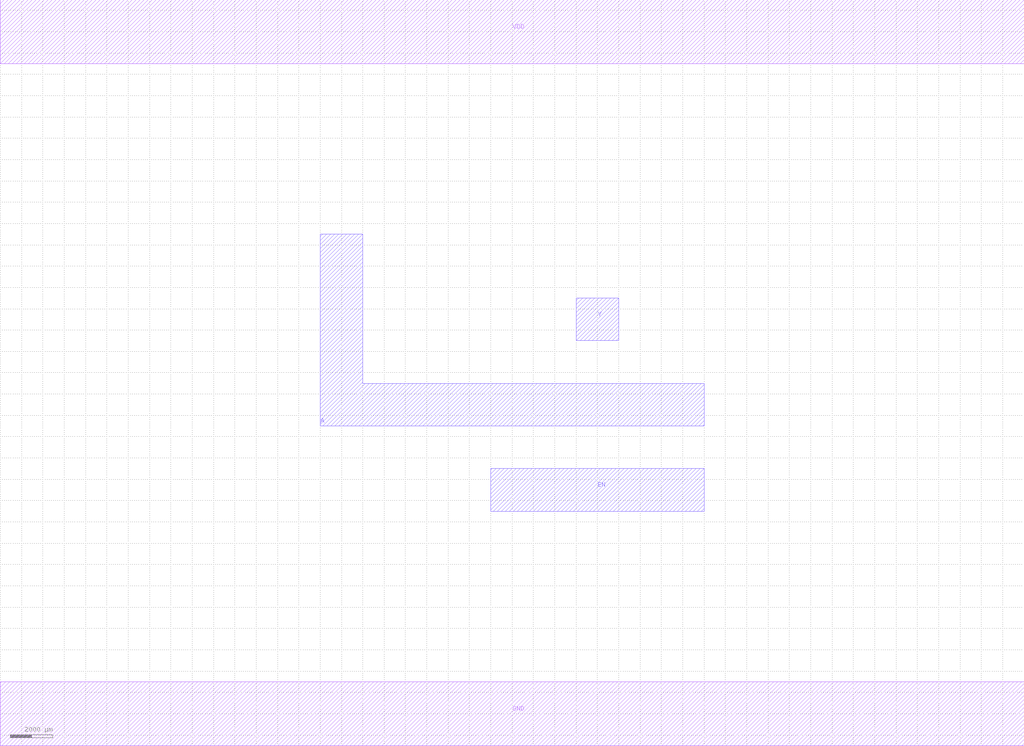
<source format=lef>
MACRO TBUFX2
 CLASS CORE ;
 ORIGIN 0 0 ;
 FOREIGN TBUFX2 0 0 ;
 SITE CORE ;
 SYMMETRY X Y R90 ;
  PIN VDD
   DIRECTION INOUT ;
   USE SIGNAL ;
   SHAPE ABUTMENT ;
    PORT
     CLASS CORE ;
       LAYER metal1 ;
        RECT 0.00000000 30500.00000000 48000.00000000 33500.00000000 ;
    END
  END VDD

  PIN GND
   DIRECTION INOUT ;
   USE SIGNAL ;
   SHAPE ABUTMENT ;
    PORT
     CLASS CORE ;
       LAYER metal1 ;
        RECT 0.00000000 -1500.00000000 48000.00000000 1500.00000000 ;
    END
  END GND

  PIN EN
   DIRECTION INOUT ;
   USE SIGNAL ;
   SHAPE ABUTMENT ;
    PORT
     CLASS CORE ;
       LAYER metal2 ;
        RECT 23000.00000000 9500.00000000 33000.00000000 11500.00000000 ;
    END
  END EN

  PIN A
   DIRECTION INOUT ;
   USE SIGNAL ;
   SHAPE ABUTMENT ;
    PORT
     CLASS CORE ;
       LAYER metal2 ;
        POLYGON 15000.00000000 13500.00000000 15000.00000000 22500.00000000 17000.00000000 22500.00000000 17000.00000000 15500.00000000 33000.00000000 15500.00000000 33000.00000000 13500.00000000 ;
    END
  END A

  PIN Y
   DIRECTION INOUT ;
   USE SIGNAL ;
   SHAPE ABUTMENT ;
    PORT
     CLASS CORE ;
       LAYER metal2 ;
        RECT 27000.00000000 17500.00000000 29000.00000000 19500.00000000 ;
    END
  END Y


END TBUFX2

</source>
